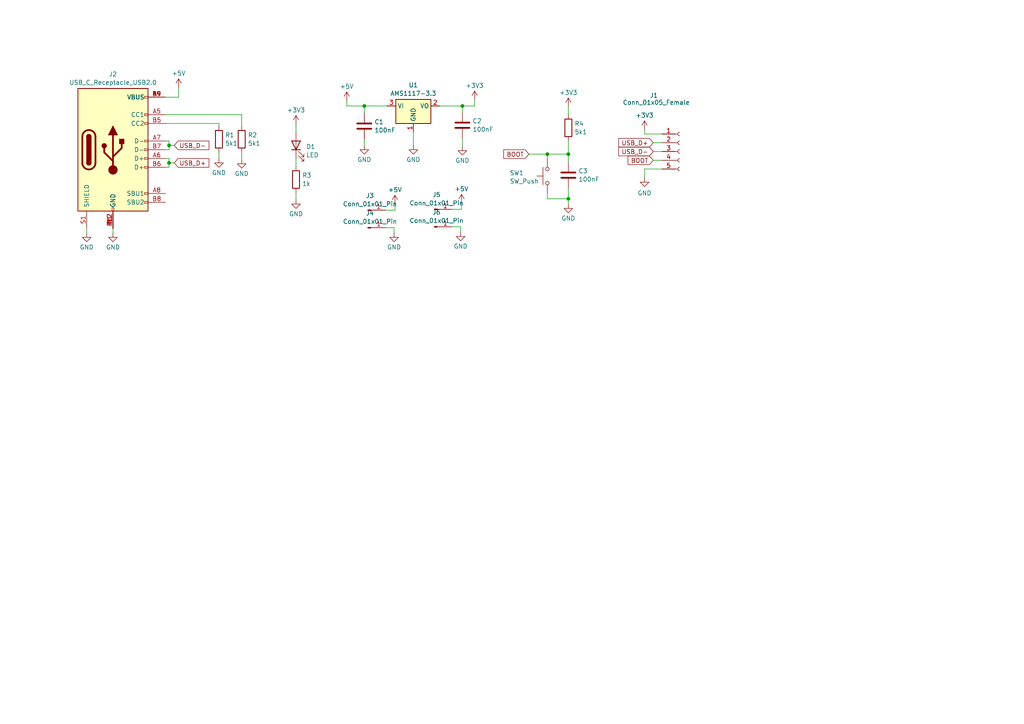
<source format=kicad_sch>
(kicad_sch (version 20230121) (generator eeschema)
  (paper "A4")
  (lib_symbols
    (symbol "Connector:Conn_01x01_Pin" (pin_names (offset 1.016) hide)
      (property "Reference" "J" (at 0 2.54 0))
      (property "Value" "Conn_01x01_Pin" (at 0 -2.54 0))
      (symbol "Conn_01x01_Pin_1_1"
        (polyline (pts (xy 1.27 0) (xy 0.8636 0)) (stroke (width 0.1524)))
        (rectangle (start 0.8636 0.127) (end 0 -0.127) (stroke (width 0.1524)) (fill (type outline)))
        (pin passive line (at 5.08 0 180) (length 3.81) (name "Pin_1") (number "1"))
      )
    )
    (symbol "Connector:Conn_01x05_Female" (pin_names (offset 1.016) hide)
      (property "Reference" "J" (at 0 7.62 0))
      (property "Value" "Conn_01x05_Female" (at 0 -7.62 0))
      (symbol "Conn_01x05_Female_1_1"
        (arc (start 0 -4.572) (mid -0.5058 -5.08) (end 0 -5.588) (stroke (width 0.1524)))
        (arc (start 0 -2.032) (mid -0.5058 -2.54) (end 0 -3.048) (stroke (width 0.1524)))
        (polyline (pts (xy -1.27 -5.08) (xy -0.508 -5.08)) (stroke (width 0.1524)))
        (polyline (pts (xy -1.27 -2.54) (xy -0.508 -2.54)) (stroke (width 0.1524)))
        (polyline (pts (xy -1.27 0) (xy -0.508 0)) (stroke (width 0.1524)))
        (polyline (pts (xy -1.27 2.54) (xy -0.508 2.54)) (stroke (width 0.1524)))
        (polyline (pts (xy -1.27 5.08) (xy -0.508 5.08)) (stroke (width 0.1524)))
        (arc (start 0 0.508) (mid -0.5058 0) (end 0 -0.508) (stroke (width 0.1524)))
        (arc (start 0 3.048) (mid -0.5058 2.54) (end 0 2.032) (stroke (width 0.1524)))
        (arc (start 0 5.588) (mid -0.5058 5.08) (end 0 4.572) (stroke (width 0.1524)))
        (pin passive line (at -5.08 5.08 0) (length 3.81) (name "Pin_1") (number "1"))
        (pin passive line (at -5.08 2.54 0) (length 3.81) (name "Pin_2") (number "2"))
        (pin passive line (at -5.08 0 0) (length 3.81) (name "Pin_3") (number "3"))
        (pin passive line (at -5.08 -2.54 0) (length 3.81) (name "Pin_4") (number "4"))
        (pin passive line (at -5.08 -5.08 0) (length 3.81) (name "Pin_5") (number "5"))
      )
    )
    (symbol "Connector:USB_C_Receptacle_USB2.0" (pin_names (offset 1.016))
      (property "Reference" "J2" (at 0 21.9243 0))
      (property "Value" "USB_C_Receptacle_USB2.0" (at 0 19.5001 0))
      (symbol "USB_C_Receptacle_USB2.0_0_0"
        (rectangle (start -0.254 -17.78) (end 0.254 -16.764))
        (rectangle (start 10.16 -14.986) (end 9.144 -15.494))
        (rectangle (start 10.16 -12.446) (end 9.144 -12.954))
        (rectangle (start 10.16 -4.826) (end 9.144 -5.334))
        (rectangle (start 10.16 -2.286) (end 9.144 -2.794))
        (rectangle (start 10.16 0.254) (end 9.144 -0.254))
        (rectangle (start 10.16 2.794) (end 9.144 2.286))
        (rectangle (start 10.16 7.874) (end 9.144 7.366))
        (rectangle (start 10.16 10.414) (end 9.144 9.906))
        (rectangle (start 10.16 15.494) (end 9.144 14.986))
      )
      (symbol "USB_C_Receptacle_USB2.0_0_1"
        (rectangle (start -10.16 17.78) (end 10.16 -17.78) (stroke (width 0.254)) (fill (type background)))
        (arc (start -8.89 -3.81) (mid -6.985 -5.7067) (end -5.08 -3.81) (stroke (width 0.508)))
        (arc (start -7.62 -3.81) (mid -6.985 -4.4423) (end -6.35 -3.81) (stroke (width 0.254)))
        (arc (start -7.62 -3.81) (mid -6.985 -4.4423) (end -6.35 -3.81) (stroke (width 0.254)) (fill (type outline)))
        (rectangle (start -7.62 -3.81) (end -6.35 3.81) (stroke (width 0.254)) (fill (type outline)))
        (arc (start -6.35 3.81) (mid -6.985 4.4423) (end -7.62 3.81) (stroke (width 0.254)))
        (arc (start -6.35 3.81) (mid -6.985 4.4423) (end -7.62 3.81) (stroke (width 0.254)) (fill (type outline)))
        (arc (start -5.08 3.81) (mid -6.985 5.7067) (end -8.89 3.81) (stroke (width 0.508)))
        (circle (center -2.54 1.143) (radius 0.635) (stroke (width 0.254)) (fill (type outline)))
        (circle (center 0 -5.842) (radius 1.27) (fill (type outline)))
        (polyline (pts (xy -8.89 -3.81) (xy -8.89 3.81)) (stroke (width 0.508)))
        (polyline (pts (xy -5.08 3.81) (xy -5.08 -3.81)) (stroke (width 0.508)))
        (polyline (pts (xy 0 -5.842) (xy 0 4.318)) (stroke (width 0.508)))
        (polyline (pts (xy 0 -3.302) (xy -2.54 -0.762) (xy -2.54 0.508)) (stroke (width 0.508)))
        (polyline (pts (xy 0 -2.032) (xy 2.54 0.508) (xy 2.54 1.778)) (stroke (width 0.508)))
        (polyline (pts (xy -1.27 4.318) (xy 0 6.858) (xy 1.27 4.318) (xy -1.27 4.318)) (stroke (width 0.254)) (fill (type outline)))
        (rectangle (start 1.905 1.778) (end 3.175 3.048) (stroke (width 0.254)) (fill (type outline)))
      )
      (symbol "USB_C_Receptacle_USB2.0_1_0"
        (pin passive line (at 15.24 15.24 180) (length 5.08) (name "VBUS") (number "A4"))
        (pin passive line (at 15.24 15.24 180) (length 5.08) (name "VBUS") (number "A9"))
        (pin passive line (at 0 -22.86 90) (length 5.08) (name "GND") (number "B1"))
        (pin passive line (at 0 -22.86 90) (length 5.08) (name "GND") (number "B12"))
        (pin passive line (at 15.24 15.24 180) (length 5.08) (name "VBUS") (number "B4"))
        (pin passive line (at 15.24 15.24 180) (length 5.08) (name "VBUS") (number "B9"))
      )
      (symbol "USB_C_Receptacle_USB2.0_1_1"
        (pin passive line (at 0 -22.86 90) (length 5.08) (name "GND") (number "A1"))
        (pin passive line (at 0 -22.86 90) (length 5.08) (name "GND") (number "A12"))
        (pin bidirectional line (at 15.24 10.16 180) (length 5.08) (name "CC1") (number "A5"))
        (pin bidirectional line (at 15.24 -2.54 180) (length 5.08) (name "D+") (number "A6"))
        (pin bidirectional line (at 15.24 2.54 180) (length 5.08) (name "D-") (number "A7"))
        (pin bidirectional line (at 15.24 -12.7 180) (length 5.08) (name "SBU1") (number "A8"))
        (pin bidirectional line (at 15.24 7.62 180) (length 5.08) (name "CC2") (number "B5"))
        (pin bidirectional line (at 15.24 -5.08 180) (length 5.08) (name "D+") (number "B6"))
        (pin bidirectional line (at 15.24 0 180) (length 5.08) (name "D-") (number "B7"))
        (pin bidirectional line (at 15.24 -15.24 180) (length 5.08) (name "SBU2") (number "B8"))
        (pin passive line (at -7.62 -22.86 90) (length 5.08) (name "SHIELD") (number "S1"))
      )
    )
    (symbol "Device:C" (pin_numbers hide) (pin_names (offset 0.254))
      (property "Reference" "C" (at 0.635 2.54 0))
      (property "Value" "C" (at 0.635 -2.54 0))
      (symbol "C_0_1"
        (polyline (pts (xy -2.032 -0.762) (xy 2.032 -0.762)) (stroke (width 0.508)))
        (polyline (pts (xy -2.032 0.762) (xy 2.032 0.762)) (stroke (width 0.508)))
      )
      (symbol "C_1_1"
        (pin passive line (at 0 3.81 270) (length 2.794) (name "~") (number "1"))
        (pin passive line (at 0 -3.81 90) (length 2.794) (name "~") (number "2"))
      )
    )
    (symbol "Device:LED" (pin_numbers hide) (pin_names (offset 1.016) hide)
      (property "Reference" "D" (at 0 2.54 0))
      (property "Value" "LED" (at 0 -2.54 0))
      (symbol "LED_0_1"
        (polyline (pts (xy -1.27 -1.27) (xy -1.27 1.27)) (stroke (width 0.254)))
        (polyline (pts (xy -1.27 0) (xy 1.27 0)))
        (polyline (pts (xy 1.27 -1.27) (xy 1.27 1.27) (xy -1.27 0) (xy 1.27 -1.27)) (stroke (width 0.254)))
        (polyline (pts (xy -3.048 -0.762) (xy -4.572 -2.286) (xy -3.81 -2.286) (xy -4.572 -2.286) (xy -4.572 -1.524)))
        (polyline (pts (xy -1.778 -0.762) (xy -3.302 -2.286) (xy -2.54 -2.286) (xy -3.302 -2.286) (xy -3.302 -1.524)))
      )
      (symbol "LED_1_1"
        (pin passive line (at -3.81 0 0) (length 2.54) (name "K") (number "1"))
        (pin passive line (at 3.81 0 180) (length 2.54) (name "A") (number "2"))
      )
    )
    (symbol "Device:R" (pin_numbers hide) (pin_names (offset 0))
      (property "Reference" "R" (at 2.032 0 90))
      (property "Value" "R" (at 0 0 90))
      (symbol "R_0_1"
        (rectangle (start -1.016 -2.54) (end 1.016 2.54) (stroke (width 0.254)))
      )
      (symbol "R_1_1"
        (pin passive line (at 0 3.81 270) (length 1.27) (name "~") (number "1"))
        (pin passive line (at 0 -3.81 90) (length 1.27) (name "~") (number "2"))
      )
    )
    (symbol "Regulator_Linear:AMS1117-3.3"
      (property "Reference" "U" (at -3.81 3.175 0))
      (property "Value" "AMS1117-3.3" (at 0 3.175 0))
      (symbol "AMS1117-3.3_0_1"
        (rectangle (start -5.08 -5.08) (end 5.08 1.905) (stroke (width 0.254)) (fill (type background)))
      )
      (symbol "AMS1117-3.3_1_1"
        (pin power_in line (at 0 -7.62 90) (length 2.54) (name "GND") (number "1"))
        (pin power_out line (at 7.62 0 180) (length 2.54) (name "VO") (number "2"))
        (pin power_in line (at -7.62 0 0) (length 2.54) (name "VI") (number "3"))
      )
    )
    (symbol "Switch:SW_Push" (pin_numbers hide) (pin_names (offset 1.016) hide)
      (property "Reference" "SW" (at 1.27 2.54 0))
      (property "Value" "SW_Push" (at 0 -1.524 0))
      (symbol "SW_Push_0_1"
        (circle (center -2.032 0) (radius 0.508))
        (polyline (pts (xy 0 1.27) (xy 0 3.048)))
        (polyline (pts (xy 2.54 1.27) (xy -2.54 1.27)))
        (circle (center 2.032 0) (radius 0.508))
        (pin passive line (at -5.08 0 0) (length 2.54) (name "1") (number "1"))
        (pin passive line (at 5.08 0 180) (length 2.54) (name "2") (number "2"))
      )
    )
    (symbol "power:+3V3" (power) (pin_names (offset 0))
      (property "Value" "+3V3" (at 0 3.556 0))
      (symbol "+3V3_0_1"
        (polyline (pts (xy -0.762 1.27) (xy 0 2.54)))
        (polyline (pts (xy 0 0) (xy 0 2.54)))
        (polyline (pts (xy 0 2.54) (xy 0.762 1.27)))
      )
      (symbol "+3V3_1_1"
        (pin power_in line (at 0 0 90) (length 0) hide (name "+3V3") (number "1"))
      )
    )
    (symbol "power:+5V" (power) (pin_names (offset 0))
      (property "Value" "+5V" (at 0 3.556 0))
      (symbol "+5V_0_1"
        (polyline (pts (xy -0.762 1.27) (xy 0 2.54)))
        (polyline (pts (xy 0 0) (xy 0 2.54)))
        (polyline (pts (xy 0 2.54) (xy 0.762 1.27)))
      )
      (symbol "+5V_1_1"
        (pin power_in line (at 0 0 90) (length 0) hide (name "+5V") (number "1"))
      )
    )
    (symbol "power:GND" (power) (pin_names (offset 0))
      (property "Value" "GND" (at 0 -3.81 0))
      (symbol "GND_0_1"
        (polyline (pts (xy 0 0) (xy 0 -1.27) (xy 1.27 -1.27) (xy 0 -2.54) (xy -1.27 -1.27) (xy 0 -1.27)))
      )
      (symbol "GND_1_1"
        (pin power_in line (at 0 0 270) (length 0) hide (name "GND") (number "1"))
      )
    )
  )
  (junction (at 164.846 44.704))
  (junction (at 105.664 30.734))
  (junction (at 158.75 44.704))
  (junction (at 49.022 42.164))
  (junction (at 164.846 57.658))
  (junction (at 134.112 30.734))
  (junction (at 49.022 47.244))
  (wire (pts (xy 48.006 43.434) (xy 49.022 43.434)))
  (wire (pts (xy 164.846 54.61) (xy 164.846 57.658)))
  (wire (pts (xy 164.846 57.658) (xy 164.846 59.182)))
  (wire (pts (xy 25.146 66.294) (xy 25.146 67.564)))
  (wire (pts (xy 131.064 60.706) (xy 133.858 60.706)))
  (wire (pts (xy 63.5 35.814) (xy 63.5 36.576)))
  (wire (pts (xy 133.858 58.928) (xy 133.858 60.706)))
  (wire (pts (xy 111.76 60.96) (xy 114.554 60.96)))
  (wire (pts (xy 114.3 67.564) (xy 114.3 66.04)))
  (wire (pts (xy 114.3 66.04) (xy 111.76 66.04)))
  (wire (pts (xy 70.104 33.274) (xy 70.104 36.576)))
  (wire (pts (xy 164.846 40.894) (xy 164.846 44.704)))
  (wire (pts (xy 153.416 44.704) (xy 158.75 44.704)))
  (wire (pts (xy 189.484 43.942) (xy 192.024 43.942)))
  (wire (pts (xy 100.584 29.21) (xy 100.584 30.734)))
  (wire (pts (xy 32.766 66.294) (xy 32.766 67.564)))
  (wire (pts (xy 48.006 40.894) (xy 49.022 40.894)))
  (wire (pts (xy 158.75 57.658) (xy 164.846 57.658)))
  (wire (pts (xy 49.022 48.514) (xy 49.022 47.244)))
  (wire (pts (xy 133.604 67.31) (xy 133.604 65.786)))
  (wire (pts (xy 63.5 44.196) (xy 63.5 45.974)))
  (wire (pts (xy 158.75 44.704) (xy 164.846 44.704)))
  (wire (pts (xy 189.484 46.482) (xy 192.024 46.482)))
  (wire (pts (xy 114.554 59.182) (xy 114.554 60.96)))
  (wire (pts (xy 164.846 30.988) (xy 164.846 33.274)))
  (wire (pts (xy 49.022 42.164) (xy 50.546 42.164)))
  (wire (pts (xy 105.664 30.734) (xy 112.268 30.734)))
  (wire (pts (xy 85.852 55.88) (xy 85.852 57.912)))
  (wire (pts (xy 51.816 28.194) (xy 51.816 25.4)))
  (wire (pts (xy 186.944 37.592) (xy 186.944 38.862)))
  (wire (pts (xy 192.024 38.862) (xy 186.944 38.862)))
  (wire (pts (xy 186.944 49.022) (xy 186.944 51.562)))
  (wire (pts (xy 133.604 65.786) (xy 131.064 65.786)))
  (wire (pts (xy 48.006 33.274) (xy 70.104 33.274)))
  (wire (pts (xy 49.022 43.434) (xy 49.022 42.164)))
  (wire (pts (xy 85.852 45.974) (xy 85.852 48.26)))
  (wire (pts (xy 119.888 38.354) (xy 119.888 42.164)))
  (wire (pts (xy 105.664 30.734) (xy 105.664 32.766)))
  (wire (pts (xy 49.022 45.974) (xy 49.022 47.244)))
  (wire (pts (xy 70.104 44.196) (xy 70.104 46.228)))
  (wire (pts (xy 186.944 49.022) (xy 192.024 49.022)))
  (wire (pts (xy 158.75 56.134) (xy 158.75 57.658)))
  (wire (pts (xy 49.022 40.894) (xy 49.022 42.164)))
  (wire (pts (xy 48.006 28.194) (xy 51.816 28.194)))
  (wire (pts (xy 105.664 40.386) (xy 105.664 42.164)))
  (wire (pts (xy 189.484 41.402) (xy 192.024 41.402)))
  (wire (pts (xy 164.846 44.704) (xy 164.846 46.99)))
  (wire (pts (xy 49.022 47.244) (xy 50.546 47.244)))
  (wire (pts (xy 158.75 44.704) (xy 158.75 45.974)))
  (wire (pts (xy 137.668 30.734) (xy 137.668 28.956)))
  (wire (pts (xy 100.584 30.734) (xy 105.664 30.734)))
  (wire (pts (xy 134.112 30.734) (xy 134.112 32.512)))
  (wire (pts (xy 127.508 30.734) (xy 134.112 30.734)))
  (wire (pts (xy 48.006 45.974) (xy 49.022 45.974)))
  (wire (pts (xy 48.006 35.814) (xy 63.5 35.814)))
  (wire (pts (xy 134.112 40.132) (xy 134.112 42.418)))
  (wire (pts (xy 85.852 36.068) (xy 85.852 38.354)))
  (wire (pts (xy 48.006 48.514) (xy 49.022 48.514)))
  (wire (pts (xy 134.112 30.734) (xy 137.668 30.734)))
  (global_label "USB_D-" (shape input) (at 50.546 42.164 0) (property "Intersheetrefs" "${INTERSHEET_REFS}" (effects hide)))
  (global_label "BOOT" (shape input) (at 153.416 44.704 180) (property "Intersheetrefs" "${INTERSHEET_REFS}" (effects hide)))
  (global_label "BOOT" (shape input) (at 189.484 46.482 180) (property "Intersheetrefs" "${INTERSHEET_REFS}" (effects hide)))
  (global_label "USB_D+" (shape input) (at 50.546 47.244 0) (property "Intersheetrefs" "${INTERSHEET_REFS}" (effects hide)))
  (global_label "USB_D-" (shape input) (at 189.484 43.942 180) (property "Intersheetrefs" "${INTERSHEET_REFS}" (effects hide)))
  (global_label "USB_D+" (shape input) (at 189.484 41.402 180) (property "Intersheetrefs" "${INTERSHEET_REFS}" (effects hide)))
  (symbol (lib_id "power:+5V") (at 133.858 58.928 0) (unit 1)
    (property "Reference" "#PWR021" (effects hide))
    (property "Value" "+5V" (at 133.858 54.7949 0))
  )
  (symbol (lib_id "power:GND") (at 133.604 67.31 0) (unit 1)
    (property "Reference" "#PWR020" (effects hide))
    (property "Value" "GND" (at 133.604 71.4431 0))
  )
  (symbol (lib_id "power:GND") (at 85.852 57.912 0) (unit 1)
    (property "Reference" "#PWR014" (effects hide))
    (property "Value" "GND" (at 85.852 62.0451 0))
  )
  (symbol (lib_id "Connector:Conn_01x05_Female") (at 197.104 43.942 0) (unit 1)
    (property "Reference" "J1" (at 188.468 27.686 0) (effects (justify left)))
    (property "Value" "Conn_01x05_Female" (at 180.594 29.718 0) (effects (justify left)))
    (property "Footprint" "Connector_PinHeader_1.27mm:PinHeader_1x05_P1.27mm_Vertical" (effects hide))
  )
  (symbol (lib_id "power:+3V3") (at 186.944 37.592 0) (unit 1)
    (property "Reference" "#PWR01" (effects hide))
    (property "Value" "+3V3" (at 186.944 33.4589 0))
  )
  (symbol (lib_id "power:GND") (at 63.5 45.974 0) (unit 1)
    (property "Reference" "#PWR04" (effects hide))
    (property "Value" "GND" (at 63.5 50.1071 0))
  )
  (symbol (lib_id "Device:R") (at 85.852 52.07 180) (unit 1)
    (property "Reference" "R3" (at 87.63 50.8579 0) (effects (justify right)))
    (property "Value" "1k" (at 87.63 53.2821 0) (effects (justify right)))
    (property "Footprint" "Resistor_SMD:R_1206_3216Metric_Pad1.30x1.75mm_HandSolder" (effects hide))
  )
  (symbol (lib_id "power:GND") (at 186.944 51.562 0) (unit 1)
    (property "Reference" "#PWR02" (effects hide))
    (property "Value" "GND" (at 186.944 56.0054 0))
  )
  (symbol (lib_id "power:+5V") (at 51.816 25.4 0) (unit 1)
    (property "Reference" "#PWR07" (effects hide))
    (property "Value" "+5V" (at 51.816 21.2669 0))
  )
  (symbol (lib_id "Connector:Conn_01x01_Pin") (at 106.68 66.04 0) (unit 1)
    (property "Reference" "J4" (at 107.315 61.8195 0))
    (property "Value" "Conn_01x01_Pin" (at 107.315 64.2437 0))
    (property "Footprint" "Connector_PinHeader_2.54mm:PinHeader_1x01_P2.54mm_Vertical" (effects hide))
  )
  (symbol (lib_id "Regulator_Linear:AMS1117-3.3") (at 119.888 30.734 0) (unit 1)
    (property "Reference" "U1" (at 119.888 24.6847 0))
    (property "Value" "AMS1117-3.3" (at 119.888 27.1089 0))
    (property "Footprint" "Package_TO_SOT_SMD:SOT-223-3_TabPin2" (effects hide))
    (property "Datasheet" "http://www.advanced-monolithic.com/pdf/ds1117.pdf" (effects hide))
  )
  (symbol (lib_id "Device:C") (at 134.112 36.322 0) (unit 1)
    (property "Reference" "C2" (at 137.033 35.1099 0) (effects (justify left)))
    (property "Value" "100nF" (at 137.033 37.5341 0) (effects (justify left)))
    (property "Footprint" "Capacitor_SMD:C_1206_3216Metric_Pad1.33x1.80mm_HandSolder" (effects hide))
  )
  (symbol (lib_id "power:GND") (at 164.846 59.182 0) (unit 1)
    (property "Reference" "#PWR03" (effects hide))
    (property "Value" "GND" (at 164.846 63.3151 0))
  )
  (symbol (lib_id "power:GND") (at 70.104 46.228 0) (unit 1)
    (property "Reference" "#PWR05" (effects hide))
    (property "Value" "GND" (at 70.104 50.3611 0))
  )
  (symbol (lib_id "Switch:SW_Push") (at 158.75 51.054 90) (unit 1)
    (property "Reference" "SW1" (at 147.828 50.1538 90) (effects (justify right)))
    (property "Value" "SW_Push" (at 147.828 52.578 90) (effects (justify right)))
    (property "Footprint" "Button_Switch_THT:SW_PUSH_6mm_H5mm" (effects hide))
  )
  (symbol (lib_id "power:GND") (at 134.112 42.418 0) (unit 1)
    (property "Reference" "#PWR010" (effects hide))
    (property "Value" "GND" (at 134.112 46.5511 0))
  )
  (symbol (lib_id "Connector:Conn_01x01_Pin") (at 106.68 60.96 0) (unit 1)
    (property "Reference" "J3" (at 107.315 56.7395 0))
    (property "Value" "Conn_01x01_Pin" (at 107.315 59.1637 0))
    (property "Footprint" "Connector_PinHeader_2.54mm:PinHeader_1x01_P2.54mm_Vertical" (effects hide))
  )
  (symbol (lib_id "power:+5V") (at 100.584 29.21 0) (unit 1)
    (property "Reference" "#PWR011" (effects hide))
    (property "Value" "+5V" (at 100.584 25.0769 0))
  )
  (symbol (lib_id "Device:LED") (at 85.852 42.164 90) (unit 1)
    (property "Reference" "D1" (at 88.773 42.5394 90) (effects (justify right)))
    (property "Value" "LED" (at 88.773 44.9636 90) (effects (justify right)))
    (property "Footprint" "Diode_SMD:D_1206_3216Metric_Pad1.42x1.75mm_HandSolder" (effects hide))
  )
  (symbol (lib_id "power:+3V3") (at 85.852 36.068 0) (unit 1)
    (property "Reference" "#PWR013" (effects hide))
    (property "Value" "+3V3" (at 85.852 31.9349 0))
  )
  (symbol (lib_id "Device:R") (at 70.104 40.386 180) (unit 1)
    (property "Reference" "R2" (at 71.882 39.1739 0) (effects (justify right)))
    (property "Value" "5k1" (at 71.882 41.5981 0) (effects (justify right)))
    (property "Footprint" "Resistor_SMD:R_1206_3216Metric_Pad1.30x1.75mm_HandSolder" (effects hide))
  )
  (symbol (lib_id "power:GND") (at 32.766 67.564 0) (unit 1)
    (property "Reference" "#PWR06" (effects hide))
    (property "Value" "GND" (at 32.766 71.6971 0))
  )
  (symbol (lib_id "Connector:USB_C_Receptacle_USB2.0") (at 32.766 43.434 0) (unit 1)
    (property "Reference" "J2" (at 32.766 21.5097 0))
    (property "Value" "USB_C_Receptacle_USB2.0" (at 32.766 23.9339 0))
    (property "Footprint" "Connector_USB:USB_C_Receptacle_GCT_USB4105-xx-A_16P_TopMnt_Horizontal" (effects hide))
    (property "Datasheet" "https://www.usb.org/sites/default/files/documents/usb_type-c.zip" (effects hide))
    (property "LCSC" "C393939" (effects hide))
  )
  (symbol (lib_id "power:GND") (at 119.888 42.164 0) (unit 1)
    (property "Reference" "#PWR08" (effects hide))
    (property "Value" "GND" (at 119.888 46.2971 0))
  )
  (symbol (lib_id "Connector:Conn_01x01_Pin") (at 125.984 60.706 0) (unit 1)
    (property "Reference" "J5" (at 126.619 56.4855 0))
    (property "Value" "Conn_01x01_Pin" (at 126.619 58.9097 0))
    (property "Footprint" "Connector_PinHeader_2.54mm:PinHeader_1x01_P2.54mm_Vertical" (effects hide))
  )
  (symbol (lib_id "Device:C") (at 105.664 36.576 0) (unit 1)
    (property "Reference" "C1" (at 108.585 35.3639 0) (effects (justify left)))
    (property "Value" "100nF" (at 108.585 37.7881 0) (effects (justify left)))
    (property "Footprint" "Capacitor_SMD:C_1206_3216Metric_Pad1.33x1.80mm_HandSolder" (effects hide))
  )
  (symbol (lib_id "power:+5V") (at 114.554 59.182 0) (unit 1)
    (property "Reference" "#PWR018" (effects hide))
    (property "Value" "+5V" (at 114.554 55.0489 0))
  )
  (symbol (lib_id "Device:R") (at 164.846 37.084 180) (unit 1)
    (property "Reference" "R4" (at 166.624 35.8719 0) (effects (justify right)))
    (property "Value" "5k1" (at 166.624 38.2961 0) (effects (justify right)))
    (property "Footprint" "Resistor_SMD:R_1206_3216Metric_Pad1.30x1.75mm_HandSolder" (effects hide))
  )
  (symbol (lib_id "Device:R") (at 63.5 40.386 180) (unit 1)
    (property "Reference" "R1" (at 65.278 39.1739 0) (effects (justify right)))
    (property "Value" "5k1" (at 65.278 41.5981 0) (effects (justify right)))
    (property "Footprint" "Resistor_SMD:R_1206_3216Metric_Pad1.30x1.75mm_HandSolder" (effects hide))
  )
  (symbol (lib_id "power:GND") (at 25.146 67.564 0) (unit 1)
    (property "Reference" "#PWR016" (effects hide))
    (property "Value" "GND" (at 25.146 71.6971 0))
  )
  (symbol (lib_id "Connector:Conn_01x01_Pin") (at 125.984 65.786 0) (unit 1)
    (property "Reference" "J6" (at 126.619 61.5655 0))
    (property "Value" "Conn_01x01_Pin" (at 126.619 63.9897 0))
    (property "Footprint" "Connector_PinHeader_2.54mm:PinHeader_1x01_P2.54mm_Vertical" (effects hide))
  )
  (symbol (lib_id "power:GND") (at 105.664 42.164 0) (unit 1)
    (property "Reference" "#PWR09" (effects hide))
    (property "Value" "GND" (at 105.664 46.2971 0))
  )
  (symbol (lib_id "power:+3V3") (at 164.846 30.988 0) (unit 1)
    (property "Reference" "#PWR015" (effects hide))
    (property "Value" "+3V3" (at 164.846 26.8549 0))
  )
  (symbol (lib_id "Device:C") (at 164.846 50.8 0) (unit 1)
    (property "Reference" "C3" (at 167.767 49.5879 0) (effects (justify left)))
    (property "Value" "100nF" (at 167.767 52.0121 0) (effects (justify left)))
    (property "Footprint" "Capacitor_SMD:C_1206_3216Metric_Pad1.33x1.80mm_HandSolder" (effects hide))
  )
  (symbol (lib_id "power:+3V3") (at 137.668 28.956 0) (unit 1)
    (property "Reference" "#PWR012" (effects hide))
    (property "Value" "+3V3" (at 137.668 24.8229 0))
  )
  (symbol (lib_id "power:GND") (at 114.3 67.564 0) (unit 1)
    (property "Reference" "#PWR019" (effects hide))
    (property "Value" "GND" (at 114.3 71.6971 0))
  )
)
</source>
